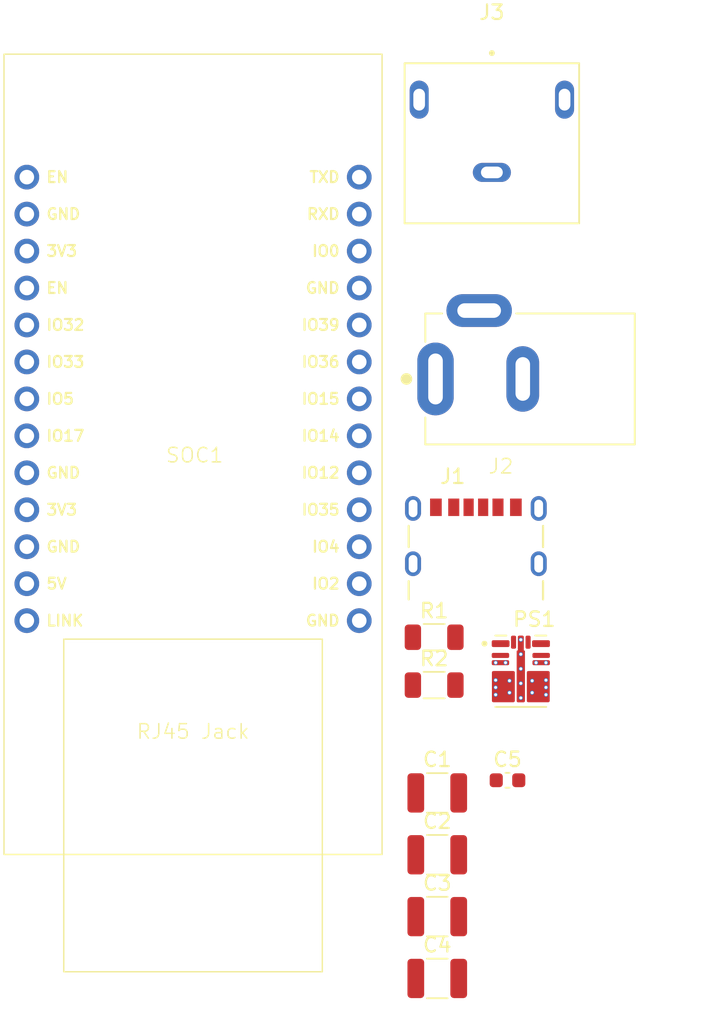
<source format=kicad_pcb>
(kicad_pcb (version 20241229) (generator "pcbnew") (generator_version "9.0")
  (layers (0 "F.Cu" signal) (2 "B.Cu" signal) (13 "F.Paste" user) (15 "B.Paste" user) (5 "F.SilkS" user "F.Silkscreen") (7 "B.SilkS" user "B.Silkscreen") (1 "F.Mask" user) (3 "B.Mask" user) (25 "Edge.Cuts" user))
  (net 0 "")
  (net 1 "GND")
  (net 2 "/5V_USB")
  (net 3 "Net-(J1-CC1)")
  (net 4 "Net-(J1-CC2)")
  (net 5 "/SHIFT_DOWN")
  (net 6 "/SHIFT_UP")
  (net 26 "Net-(PS1-EN)")
  (net 28 "48V")
  (net 30 "Net-(PS1-VCC)")
  (net 31 "5V")
  (footprint "Capacitor_SMD:C_1210_3225Metric" (layer "F.Cu") (at 192.525 115)
    (property "Reference" "C4" (at 0 -2.3 0) (layer "F.SilkS"))
    (property "Value" "2.2uF")
    (fp_line (start -0.711252 -1.36) (end 0.711252 -1.36) (stroke (width 0.12)) (layer "F.SilkS"))
    (fp_line (start -0.711252 1.36) (end 0.711252 1.36) (stroke (width 0.12)) (layer "F.SilkS"))
    (pad "1" smd roundrect (at -1.475 0) (size 1.15 2.7) (layers "F.Cu" "F.Mask" "F.Paste") (roundrect_rratio 0.217391) (net 31 "5V"))
    (pad "2" smd roundrect (at 1.475 0) (size 1.15 2.7) (layers "F.Cu" "F.Mask" "F.Paste") (roundrect_rratio 0.217391) (net 1 "GND"))
  )
  (footprint "footprint_library:PJ-002AH" (layer "F.Cu") (at 196.905 80.3)
    (property "Reference" "J2" (at 0 -0.5 0) (layer "F.SilkS") (effects (font (thickness 0.1))))
    (property "Value" "PJ-002AH")
    (fp_line (start -5.2 -11) (end -4.05 -11) (stroke (width 0.127)) (layer "F.SilkS"))
    (fp_line (start -5.2 -9.05) (end -5.2 -11) (stroke (width 0.127)) (layer "F.SilkS"))
    (fp_line (start -5.2 -2) (end -5.2 -3.85) (stroke (width 0.127)) (layer "F.SilkS"))
    (fp_line (start 1.05 -11) (end 9.2 -11) (stroke (width 0.127)) (layer "F.SilkS"))
    (fp_line (start 9.2 -11) (end 9.2 -2) (stroke (width 0.127)) (layer "F.SilkS"))
    (fp_line (start 9.2 -2) (end -5.2 -2) (stroke (width 0.127)) (layer "F.SilkS"))
    (fp_circle (center -6.5 -6.5) (end -6.3 -6.5) (stroke (width 0.4)) (fill no) (layer "F.SilkS"))
    (pad "1" thru_hole oval (at -4.5 -6.5) (size 2.5 5) (drill oval 1 3.5) (layers "*.Cu" "*.Mask") (net 28 "48V"))
    (pad "2" thru_hole oval (at 1.5 -6.5) (size 2.25 4.5) (drill oval 1 3) (layers "*.Cu" "*.Mask") (net 1 "GND"))
    (pad "3" thru_hole oval (at -1.5 -11.2) (size 4.5 2.25) (drill oval 3 1) (layers "*.Cu" "*.Mask") (net 1 "GND"))
  )
  (footprint "Capacitor_SMD:C_0603_1608Metric" (layer "F.Cu") (at 197.355 101.38)
    (property "Reference" "C5" (at 0 -1.43 0) (layer "F.SilkS"))
    (property "Value" "1uF")
    (fp_line (start -0.14058 -0.51) (end 0.14058 -0.51) (stroke (width 0.12)) (layer "F.SilkS"))
    (fp_line (start -0.14058 0.51) (end 0.14058 0.51) (stroke (width 0.12)) (layer "F.SilkS"))
    (pad "1" smd roundrect (at -0.775 0) (size 0.9 0.95) (layers "F.Cu" "F.Mask" "F.Paste") (net 30 "Net-(PS1-VCC)"))
    (pad "2" smd roundrect (at 0.775 0) (size 0.9 0.95) (layers "F.Cu" "F.Mask" "F.Paste") (net 1 "GND"))
  )
  (footprint "footprint_library:MOLEX_2171750001" (layer "F.Cu") (at 195.18 89.1)
    (property "Reference" "J1" (at -1.5875 -8.605 0) (layer "F.SilkS"))
    (property "Value" "2171750001")
    (fp_line (start -4.62 -3.75) (end -4.62 -5.2) (stroke (width 0.15)) (layer "F.SilkS"))
    (fp_line (start -4.62 -0.15) (end -4.62 -1.4) (stroke (width 0.15)) (layer "F.SilkS"))
    (fp_line (start 4.62 -3.75) (end 4.62 -5.2) (stroke (width 0.15)) (layer "F.SilkS"))
    (fp_line (start 4.62 -0.15) (end 4.62 -1.4) (stroke (width 0.15)) (layer "F.SilkS"))
    (pad "A5" smd rect (at -0.5 -6.48) (size 0.7 1.2) (layers "F.Cu" "F.Paste") (net 3 "Net-(J1-CC1)"))
    (pad "A9" smd rect (at 1.52 -6.48) (size 0.76 1.2) (layers "F.Cu" "F.Paste") (net 2 "/5V_USB"))
    (pad "A12" smd rect (at 2.75 -6.48) (size 0.8 1.2) (layers "F.Cu" "F.Paste") (net 1 "GND"))
    (pad "B5" smd rect (at 0.5 -6.48) (size 0.7 1.2) (layers "F.Cu" "F.Paste") (net 4 "Net-(J1-CC2)"))
    (pad "B9" smd rect (at -1.52 -6.48) (size 0.76 1.2) (layers "F.Cu" "F.Paste") (net 2 "/5V_USB"))
    (pad "B12" smd rect (at -2.75 -6.48) (size 0.8 1.2) (layers "F.Cu" "F.Paste") (net 1 "GND"))
    (pad "SH1" thru_hole oval (at -4.32 -2.6) (size 1.1 1.7) (drill oval 0.6 1.2) (layers "*.Cu" "*.Mask") (net 1 "GND"))
    (pad "SH2" thru_hole oval (at 4.32 -2.6) (size 1.1 1.7) (drill oval 0.6 1.2) (layers "*.Cu" "*.Mask") (net 1 "GND"))
    (pad "SH3" thru_hole oval (at -4.32 -6.4) (size 1.1 1.7) (drill oval 0.6 1.2) (layers "*.Cu" "*.Mask") (net 1 "GND"))
    (pad "SH4" thru_hole oval (at 4.32 -6.4) (size 1.1 1.7) (drill oval 0.6 1.2) (layers "*.Cu" "*.Mask") (net 1 "GND"))
  )
  (footprint "footprint_library:TPSM365R6V5RDNR" (layer "F.Cu") (at 198.27 93.95)
    (property "Reference" "PS1" (at 0.925 -3.635 0) (layer "F.SilkS"))
    (property "Value" "TPSM365R6V5RDNR")
    (fp_line (start -1.75 -2.515) (end -0.995 -2.515) (stroke (width 0.127)) (layer "F.SilkS"))
    (fp_line (start 0.995 -2.515) (end 1.75 -2.515) (stroke (width 0.127)) (layer "F.SilkS"))
    (fp_line (start 1.75 2.39) (end -1.75 2.39) (stroke (width 0.127)) (layer "F.SilkS"))
    (fp_circle (center -2.5 -1.96) (end -2.4 -1.96) (stroke (width 0.2)) (fill no) (layer "F.SilkS"))
    (pad "1" smd roundrect (at -1.3875 -1.96) (size 1.225 0.47) (layers "F.Cu") (roundrect_rratio 0.215))
    (pad "2" smd roundrect (at -1.4 -1.15) (size 1.2 0.35) (layers "F.Cu") (roundrect_rratio 0.285) (net 26 "Net-(PS1-EN)"))
    (pad "3" smd roundrect (at -1.4 -0.65) (size 1.2 0.35) (layers "F.Cu") (roundrect_rratio 0.285) (net 26 "Net-(PS1-EN)"))
    (pad "3_1" thru_hole circle (at -1.729 -0.65) (size 0.3 0.3) (drill 0.2) (layers "*.Cu"))
    (pad "3_2" thru_hole circle (at -1.05 -0.65) (size 0.3 0.3) (drill 0.2) (layers "*.Cu"))
    (pad "4" smd roundrect (at -1.2 0.995) (size 1.575 2.15) (layers "F.Cu") (roundrect_rratio 0.065) (net 31 "5V"))
    (pad "4_1" thru_hole circle (at -1.73 0.55) (size 0.3 0.3) (drill 0.2) (layers "*.Cu"))
    (pad "4_2" thru_hole circle (at -1.73 1.05) (size 0.3 0.3) (drill 0.2) (layers "*.Cu"))
    (pad "4_3" thru_hole circle (at -1.73 1.55) (size 0.3 0.3) (drill 0.2) (layers "*.Cu"))
    (pad "4_4" thru_hole circle (at -0.78 0.59) (size 0.3 0.3) (drill 0.2) (layers "*.Cu"))
    (pad "4_5" thru_hole circle (at -0.78 1.41) (size 0.3 0.3) (drill 0.2) (layers "*.Cu"))
    (pad "5" smd roundrect (at 1.2 0.995) (size 1.575 2.15) (layers "F.Cu") (roundrect_rratio 0.065))
    (pad "5_1" thru_hole circle (at 1.73 0.55) (size 0.3 0.3) (drill 0.2) (layers "*.Cu"))
    (pad "5_2" thru_hole circle (at 1.73 1.05) (size 0.3 0.3) (drill 0.2) (layers "*.Cu"))
    (pad "5_3" thru_hole circle (at 1.73 1.55) (size 0.3 0.3) (drill 0.2) (layers "*.Cu"))
    (pad "5_4" thru_hole circle (at 0.78 0.59) (size 0.3 0.3) (drill 0.2) (layers "*.Cu"))
    (pad "5_5" thru_hole circle (at 0.78 1.41) (size 0.3 0.3) (drill 0.2) (layers "*.Cu"))
    (pad "6" smd roundrect (at 1.4 -0.65) (size 1.2 0.35) (layers "F.Cu") (roundrect_rratio 0.285))
    (pad "6_1" thru_hole circle (at 1.729 -0.65) (size 0.3 0.3) (drill 0.2) (layers "*.Cu"))
    (pad "6_2" thru_hole circle (at 1.05 -0.65) (size 0.3 0.3) (drill 0.2) (layers "*.Cu"))
    (pad "7" smd roundrect (at 1.4 -1.15) (size 1.2 0.35) (layers "F.Cu") (roundrect_rratio 0.285))
    (pad "8" smd roundrect (at 1.3875 -1.96) (size 1.225 0.47) (layers "F.Cu") (roundrect_rratio 0.215) (net 30 "Net-(PS1-VCC)"))
    (pad "9" smd roundrect (at 0.5 -2.06) (size 0.35 0.9) (layers "F.Cu") (roundrect_rratio 0.285) (net 31 "5V"))
    (pad "10" smd custom (at 0 0) (size 0.3 2) (layers "F.Cu") (net 1 "GND") (options (clearance outline) (anchor rect)) (primitives (gr_poly (pts (xy -0.18 2.07) (xy -0.185 2.07) (xy -0.19 2.069) (xy -0.196 2.069) (xy -0.201 2.068) (xy -0.206 2.067) (xy -0.211 2.065) (xy -0.216 2.063) (xy -0.221 2.061) (xy -0.225 2.059) (xy -0.23 2.057) (xy -0.234 2.054) (xy -0.239 2.051) (xy -0.243 2.048) (xy -0.247 2.044) (xy -0.251 2.041) (xy -0.254 2.037) (xy -0.258 2.033) (xy -0.261 2.029) (xy -0.264 2.024) (xy -0.267 2.02) (xy -0.269 2.015) (xy -0.271 2.011) (xy -0.273 2.006) (xy -0.275 2.001) (xy -0.277 1.996) (xy -0.278 1.991) (xy -0.279 1.986) (xy -0.279 1.98) (xy -0.28 1.975) (xy -0.28 1.97) (xy -0.28 -1.44) (xy -0.28 -1.442) (xy -0.28 -1.444) (xy -0.28 -1.446) (xy -0.279 -1.448) (xy -0.279 -1.45) (xy -0.278 -1.452) (xy -0.277 -1.454) (xy -0.277 -1.456) (xy -0.276 -1.458) (xy -0.275 -1.46) (xy -0.274 -1.462) (xy -0.272 -1.464) (xy -0.271 -1.465) (xy -0.27 -1.467) (xy -0.268 -1.468) (xy -0.267 -1.47) (xy -0.265 -1.471) (xy -0.264 -1.472) (xy -0.262 -1.474) (xy -0.26 -1.475) (xy -0.258 -1.476) (xy -0.256 -1.477) (xy -0.254 -1.477) (xy -0.252 -1.478) (xy -0.25 -1.479) (xy -0.248 -1.479) (xy -0.246 -1.48) (xy -0.244 -1.48) (xy -0.242 -1.48) (xy -0.24 -1.48) (xy -0.238 -1.48) (xy -0.236 -1.48) (xy -0.234 -1.48) (xy -0.232 -1.481) (xy -0.23 -1.481) (xy -0.228 -1.482) (xy -0.226 -1.483) (xy -0.224 -1.483) (xy -0.222 -1.484) (xy -0.22 -1.485) (xy -0.218 -1.486) (xy -0.216 -1.488) (xy -0.215 -1.489) (xy -0.213 -1.49) (xy -0.212 -1.492) (xy -0.21 -1.493) (xy -0.209 -1.495) (xy -0.208 -1.496) (xy -0.206 -1.498) (xy -0.205 -1.5) (xy -0.204 -1.502) (xy -0.203 -1.504) (xy -0.203 -1.506) (xy -0.202 -1.508) (xy -0.201 -1.51) (xy -0.201 -1.512) (xy -0.2 -1.514) (xy -0.2 -1.516) (xy -0.2 -1.518) (xy -0.2 -1.52) (xy -0.2 -2.41) (xy -0.2 -2.415) (xy -0.199 -2.42) (xy -0.199 -2.426) (xy -0.198 -2.431) (xy -0.197 -2.436) (xy -0.195 -2.441) (xy -0.193 -2.446) (xy -0.191 -2.451) (xy -0.189 -2.455) (xy -0.187 -2.46) (xy -0.184 -2.464) (xy -0.181 -2.469) (xy -0.178 -2.473) (xy -0.174 -2.477) (xy -0.171 -2.481) (xy -0.167 -2.484) (xy -0.163 -2.488) (xy -0.159 -2.491) (xy -0.154 -2.494) (xy -0.15 -2.497) (xy -0.145 -2.499) (xy -0.141 -2.501) (xy -0.136 -2.503) (xy -0.131 -2.505) (xy -0.126 -2.507) (xy -0.121 -2.508) (xy -0.116 -2.509) (xy -0.11 -2.509) (xy -0.105 -2.51) (xy -0.1 -2.51) (xy 0.1 -2.51) (xy 0.105 -2.51) (xy 0.11 -2.509) (xy 0.116 -2.509) (xy 0.121 -2.508) (xy 0.126 -2.507) (xy 0.131 -2.505) (xy 0.136 -2.503) (xy 0.141 -2.501) (xy 0.145 -2.499) (xy 0.15 -2.497) (xy 0.154 -2.494) (xy 0.159 -2.491) (xy 0.163 -2.488) (xy 0.167 -2.484) (xy 0.171 -2.481) (xy 0.174 -2.477) (xy 0.178 -2.473) (xy 0.181 -2.469) (xy 0.184 -2.464) (xy 0.187 -2.46) (xy 0.189 -2.455) (xy 0.191 -2.451) (xy 0.193 -2.446) (xy 0.195 -2.441) (xy 0.197 -2.436) (xy 0.198 -2.431) (xy 0.199 -2.426) (xy 0.199 -2.42) (xy 0.2 -2.415) (xy 0.2 -2.41) (xy 0.2 -1.52) (xy 0.2 -1.518) (xy 0.2 -1.516) (xy 0.2 -1.514) (xy 0.201 -1.512) (xy 0.201 -1.51) (xy 0.202 -1.508) (xy 0.203 -1.506) (xy 0.203 -1.504) (xy 0.204 -1.502) (xy 0.205 -1.5) (xy 0.206 -1.498) (xy 0.208 -1.496) (xy 0.209 -1.495) (xy 0.21 -1.493) (xy 0.212 -1.492) (xy 0.213 -1.49) (xy 0.215 -1.489) (xy 0.216 -1.488) (xy 0.218 -1.486) (xy 0.22 -1.485) (xy 0.222 -1.484) (xy 0.224 -1.483) (xy 0.226 -1.483) (xy 0.228 -1.482) (xy 0.23 -1.481) (xy 0.232 -1.481) (xy 0.234 -1.48) (xy 0.236 -1.48) (xy 0.238 -1.48) (xy 0.24 -1.48) (xy 0.242 -1.48) (xy 0.244 -1.48) (xy 0.246 -1.48) (xy 0.248 -1.479) (xy 0.25 -1.479) (xy 0.252 -1.478) (xy 0.254 -1.477) (xy 0.256 -1.477) (xy 0.258 -1.476) (xy 0.26 -1.475) (xy 0.262 -1.474) (xy 0.264 -1.472) (xy 0.265 -1.471) (xy 0.267 -1.47) (xy 0.268 -1.468) (xy 0.27 -1.467) (xy 0.271 -1.465) (xy 0.272 -1.464) (xy 0.274 -1.462) (xy 0.275 -1.46) (xy 0.276 -1.458) (xy 0.277 -1.456) (xy 0.277 -1.454) (xy 0.278 -1.452) (xy 0.279 -1.45) (xy 0.279 -1.448) (xy 0.28 -1.446) (xy 0.28 -1.444) (xy 0.28 -1.442) (xy 0.28 -1.44) (xy 0.28 1.97) (xy 0.28 1.975) (xy 0.279 1.98) (xy 0.279 1.986) (xy 0.278 1.991) (xy 0.277 1.996) (xy 0.275 2.001) (xy 0.273 2.006) (xy 0.271 2.011) (xy 0.269 2.015) (xy 0.267 2.02) (xy 0.264 2.024) (xy 0.261 2.029) (xy 0.258 2.033) (xy 0.254 2.037) (xy 0.251 2.041) (xy 0.247 2.044) (xy 0.243 2.048) (xy 0.239 2.051) (xy 0.234 2.054) (xy 0.23 2.057) (xy 0.225 2.059) (xy 0.221 2.061) (xy 0.216 2.063) (xy 0.211 2.065) (xy 0.206 2.067) (xy 0.201 2.068) (xy 0.196 2.069) (xy 0.19 2.069) (xy 0.185 2.07) (xy 0.18 2.07) (xy -0.18 2.07)) (width 0.01) (fill yes))))
    (pad "10_1" thru_hole circle (at 0 -2.23) (size 0.3 0.3) (drill 0.2) (layers "*.Cu"))
    (pad "10_2" thru_hole circle (at 0 -1.23) (size 0.3 0.3) (drill 0.2) (layers "*.Cu"))
    (pad "10_3" thru_hole circle (at 0 -0.23) (size 0.3 0.3) (drill 0.2) (layers "*.Cu"))
    (pad "10_4" thru_hole circle (at 0 0.77) (size 0.3 0.3) (drill 0.2) (layers "*.Cu"))
    (pad "10_5" thru_hole circle (at 0 1.77) (size 0.3 0.3) (drill 0.2) (layers "*.Cu"))
    (pad "11" smd roundrect (at -0.5 -2.06) (size 0.35 0.9) (layers "F.Cu") (roundrect_rratio 0.285) (net 1 "GND"))
  )
  (footprint "Capacitor_SMD:C_1210_3225Metric" (layer "F.Cu") (at 192.525 102.25)
    (property "Reference" "C1" (at 0 -2.3 0) (layer "F.SilkS"))
    (property "Value" "10uF")
    (fp_line (start -0.711252 -1.36) (end 0.711252 -1.36) (stroke (width 0.12)) (layer "F.SilkS"))
    (fp_line (start -0.711252 1.36) (end 0.711252 1.36) (stroke (width 0.12)) (layer "F.SilkS"))
    (pad "1" smd roundrect (at -1.475 0) (size 1.15 2.7) (layers "F.Cu" "F.Mask" "F.Paste") (roundrect_rratio 0.217391) (net 28 "48V"))
    (pad "2" smd roundrect (at 1.475 0) (size 1.15 2.7) (layers "F.Cu" "F.Mask" "F.Paste") (roundrect_rratio 0.217391) (net 26 "Net-(PS1-EN)"))
  )
  (footprint "Resistor_SMD:R_1206_3216Metric" (layer "F.Cu") (at 192.31 94.84)
    (property "Reference" "R2" (at 0 -1.82 0) (layer "F.SilkS"))
    (property "Value" "R5.1K")
    (fp_line (start -0.727064 -0.91) (end 0.727064 -0.91) (stroke (width 0.12)) (layer "F.SilkS"))
    (fp_line (start -0.727064 0.91) (end 0.727064 0.91) (stroke (width 0.12)) (layer "F.SilkS"))
    (pad "1" smd roundrect (at -1.4625 0) (size 1.125 1.75) (layers "F.Cu" "F.Mask" "F.Paste") (roundrect_rratio 0.222222) (net 4 "Net-(J1-CC2)"))
    (pad "2" smd roundrect (at 1.4625 0) (size 1.125 1.75) (layers "F.Cu" "F.Mask" "F.Paste") (roundrect_rratio 0.222222) (net 1 "GND"))
  )
  (footprint "Capacitor_SMD:C_1210_3225Metric" (layer "F.Cu") (at 192.525 106.5)
    (property "Reference" "C2" (at 0 -2.3 0) (layer "F.SilkS"))
    (property "Value" "0.1uF")
    (fp_line (start -0.711252 -1.36) (end 0.711252 -1.36) (stroke (width 0.12)) (layer "F.SilkS"))
    (fp_line (start -0.711252 1.36) (end 0.711252 1.36) (stroke (width 0.12)) (layer "F.SilkS"))
    (pad "1" smd roundrect (at -1.475 0) (size 1.15 2.7) (layers "F.Cu" "F.Mask" "F.Paste") (roundrect_rratio 0.217391) (net 28 "48V"))
    (pad "2" smd roundrect (at 1.475 0) (size 1.15 2.7) (layers "F.Cu" "F.Mask" "F.Paste") (roundrect_rratio 0.217391) (net 26 "Net-(PS1-EN)"))
  )
  (footprint "footprint_library:WT32-ETH01" (layer "F.Cu") (at 175.73 78.54)
    (property "Reference" "SOC1" (at 0.11 0.5 0) (layer "F.SilkS") (effects (font (thickness 0.1))))
    (property "Value" "~" (hide yes))
    (fp_rect (start -13 -27.06) (end 13 27.94) (stroke (width 0.1)) (fill no) (layer "F.SilkS"))
    (fp_rect (start -8.89 13.14) (end 8.89 36) (stroke (width 0.1)) (fill no) (layer "F.SilkS"))
    (fp_text user "RJ45 Jack" (at 0 19.49 0) (layer "F.SilkS") (effects (font (thickness 0.1))))
    (fp_text user "IO35" (at 10.16 4.25 0) (layer "F.SilkS") (effects (font (size 0.75 0.75) (thickness 0.15) (bold yes)) (justify right)))
    (fp_text user "IO12" (at 10.16 1.71 0) (layer "F.SilkS") (effects (font (size 0.75 0.75) (thickness 0.15) (bold yes)) (justify right)))
    (fp_text user "IO32" (at -10.16 -8.45 0) (layer "F.SilkS") (effects (font (size 0.75 0.75) (thickness 0.15) (bold yes)) (justify left)))
    (fp_text user "IO15" (at 10.16 -3.37 0) (layer "F.SilkS") (effects (font (size 0.75 0.75) (thickness 0.15) (bold yes)) (justify right)))
    (fp_text user "IO39" (at 10.16 -8.45 0) (layer "F.SilkS") (effects (font (size 0.75 0.75) (thickness 0.15) (bold yes)) (justify right)))
    (fp_text user "EN" (at -10.16 -18.61 0) (layer "F.SilkS") (effects (font (size 0.75 0.75) (thickness 0.15) (bold yes)) (justify left)))
    (fp_text user "IO33" (at -10.16 -5.91 0) (layer "F.SilkS") (effects (font (size 0.75 0.75) (thickness 0.15) (bold yes)) (justify left)))
    (fp_text user "LINK" (at -10.16 11.87 0) (layer "F.SilkS") (effects (font (size 0.75 0.75) (thickness 0.15) (bold yes)) (justify left)))
    (fp_text user "RXD" (at 10.16 -16.07 0) (layer "F.SilkS") (effects (font (size 0.75 0.75) (thickness 0.15) (bold yes)) (justify right)))
    (fp_text user "IO36" (at 10.16 -5.91 0) (layer "F.SilkS") (effects (font (size 0.75 0.75) (thickness 0.15) (bold yes)) (justify right)))
    (fp_text user "IO2" (at 10.16 9.33 0) (layer "F.SilkS") (effects (font (size 0.75 0.75) (thickness 0.15) (bold yes)) (justify right)))
    (fp_text user "5V" (at -10.16 9.33 0) (layer "F.SilkS") (effects (font (size 0.75 0.75) (thickness 0.15) (bold yes)) (justify left)))
    (fp_text user "GND" (at 10.16 11.87 0) (layer "F.SilkS") (effects (font (size 0.75 0.75) (thickness 0.15) (bold yes)) (justify right)))
    (fp_text user "GND" (at -10.16 6.79 0) (layer "F.SilkS") (effects (font (size 0.75 0.75) (thickness 0.15) (bold yes)) (justify left)))
    (fp_text user "GND" (at 10.16 -10.99 0) (layer "F.SilkS") (effects (font (size 0.75 0.75) (thickness 0.15) (bold yes)) (justify right)))
    (fp_text user "GND" (at -10.16 1.71 0) (layer "F.SilkS") (effects (font (size 0.75 0.75) (thickness 0.15) (bold yes)) (justify left)))
    (fp_text user "3V3" (at -10.16 4.25 0) (layer "F.SilkS") (effects (font (size 0.75 0.75) (thickness 0.15) (bold yes)) (justify left)))
    (fp_text user "TXD" (at 10.16 -18.61 0) (layer "F.SilkS") (effects (font (size 0.75 0.75) (thickness 0.15) (bold yes)) (justify right)))
    (fp_text user "IO4" (at 10.16 6.79 0) (layer "F.SilkS") (effects (font (size 0.75 0.75) (thickness 0.15) (bold yes)) (justify right)))
    (fp_text user "3V3" (at -10.16 -13.53 0) (layer "F.SilkS") (effects (font (size 0.75 0.75) (thickness 0.15) (bold yes)) (justify left)))
    (fp_text user "IO0" (at 10.16 -13.53 0) (layer "F.SilkS") (effects (font (size 0.75 0.75) (thickness 0.15) (bold yes)) (justify right)))
    (fp_text user "IO14" (at 10.16 -0.83 0) (layer "F.SilkS") (effects (font (size 0.75 0.75) (thickness 0.15) (bold yes)) (justify right)))
    (fp_text user "EN" (at -10.16 -10.99 0) (layer "F.SilkS") (effects (font (size 0.75 0.75) (thickness 0.15) (bold yes)) (justify left)))
    (fp_text user "IO17" (at -10.16 -0.83 0) (layer "F.SilkS") (effects (font (size 0.75 0.75) (thickness 0.15) (bold yes)) (justify left)))
    (fp_text user "GND" (at -10.16 -16.07 0) (layer "F.SilkS") (effects (font (size 0.75 0.75) (thickness 0.15) (bold yes)) (justify left)))
    (fp_text user "IO5" (at -10.16 -3.37 0) (layer "F.SilkS") (effects (font (size 0.75 0.75) (thickness 0.15) (bold yes)) (justify left)))
    (pad "1" thru_hole circle (at -11.43 -18.61) (size 1.7 1.7) (drill 1) (layers "*.Cu" "*.Mask"))
    (pad "2" thru_hole circle (at -11.43 -16.07) (size 1.7 1.7) (drill 1) (layers "*.Cu" "*.Mask") (net 1 "GND"))
    (pad "3" thru_hole circle (at -11.43 -13.53) (size 1.7 1.7) (drill 1) (layers "*.Cu" "*.Mask"))
    (pad "4" thru_hole circle (at -11.43 -10.99) (size 1.7 1.7) (drill 1) (layers "*.Cu" "*.Mask"))
    (pad "5" thru_hole circle (at -11.43 -8.45) (size 1.7 1.7) (drill 1) (layers "*.Cu" "*.Mask"))
    (pad "6" thru_hole circle (at -11.43 -5.91) (size 1.7 1.7) (drill 1) (layers "*.Cu" "*.Mask"))
    (pad "7" thru_hole circle (at -11.43 -3.37) (size 1.7 1.7) (drill 1) (layers "*.Cu" "*.Mask"))
    (pad "8" thru_hole circle (at -11.43 -0.83) (size 1.7 1.7) (drill 1) (layers "*.Cu" "*.Mask"))
    (pad "9" thru_hole circle (at -11.43 1.71) (size 1.7 1.7) (drill 1) (layers "*.Cu" "*.Mask") (net 1 "GND"))
    (pad "10" thru_hole circle (at -11.43 4.25) (size 1.7 1.7) (drill 1) (layers "*.Cu" "*.Mask"))
    (pad "11" thru_hole circle (at -11.43 6.79) (size 1.7 1.7) (drill 1) (layers "*.Cu" "*.Mask") (net 1 "GND"))
    (pad "12" thru_hole circle (at -11.43 9.33) (size 1.7 1.7) (drill 1) (layers "*.Cu" "*.Mask") (net 31 "5V"))
    (pad "13" thru_hole circle (at -11.43 11.87) (size 1.7 1.7) (drill 1) (layers "*.Cu" "*.Mask"))
    (pad "14" thru_hole circle (at 11.43 11.87) (size 1.7 1.7) (drill 1) (layers "*.Cu" "*.Mask"))
    (pad "15" thru_hole circle (at 11.43 9.33) (size 1.7 1.7) (drill 1) (layers "*.Cu" "*.Mask") (net 6 "/SHIFT_UP"))
    (pad "16" thru_hole circle (at 11.43 6.79) (size 1.7 1.7) (drill 1) (layers "*.Cu" "*.Mask") (net 5 "/SHIFT_DOWN"))
    (pad "17" thru_hole circle (at 11.43 4.25) (size 1.7 1.7) (drill 1) (layers "*.Cu" "*.Mask"))
    (pad "18" thru_hole circle (at 11.43 1.71) (size 1.7 1.7) (drill 1) (layers "*.Cu" "*.Mask"))
    (pad "19" thru_hole circle (at 11.43 -0.83) (size 1.7 1.7) (drill 1) (layers "*.Cu" "*.Mask"))
    (pad "20" thru_hole circle (at 11.43 -3.37) (size 1.7 1.7) (drill 1) (layers "*.Cu" "*.Mask"))
    (pad "21" thru_hole circle (at 11.43 -5.91) (size 1.7 1.7) (drill 1) (layers "*.Cu" "*.Mask"))
    (pad "22" thru_hole circle (at 11.43 -8.45) (size 1.7 1.7) (drill 1) (layers "*.Cu" "*.Mask"))
    (pad "23" thru_hole circle (at 11.43 -10.99) (size 1.7 1.7) (drill 1) (layers "*.Cu" "*.Mask") (net 1 "GND"))
    (pad "24" thru_hole circle (at 11.43 -13.53) (size 1.7 1.7) (drill 1) (layers "*.Cu" "*.Mask"))
    (pad "25" thru_hole circle (at 11.43 -16.07) (size 1.7 1.7) (drill 1) (layers "*.Cu" "*.Mask"))
    (pad "26" thru_hole circle (at 11.43 -18.61) (size 1.7 1.7) (drill 1) (layers "*.Cu" "*.Mask"))
  )
  (footprint "Capacitor_SMD:C_1210_3225Metric" (layer "F.Cu") (at 192.525 110.75)
    (property "Reference" "C3" (at 0 -2.3 0) (layer "F.SilkS"))
    (property "Value" "2.2uF")
    (fp_line (start -0.711252 -1.36) (end 0.711252 -1.36) (stroke (width 0.12)) (layer "F.SilkS"))
    (fp_line (start -0.711252 1.36) (end 0.711252 1.36) (stroke (width 0.12)) (layer "F.SilkS"))
    (pad "1" smd roundrect (at -1.475 0) (size 1.15 2.7) (layers "F.Cu" "F.Mask" "F.Paste") (roundrect_rratio 0.217391) (net 31 "5V"))
    (pad "2" smd roundrect (at 1.475 0) (size 1.15 2.7) (layers "F.Cu" "F.Mask" "F.Paste") (roundrect_rratio 0.217391) (net 1 "GND"))
  )
  (footprint "Resistor_SMD:R_1206_3216Metric" (layer "F.Cu") (at 192.31 91.55)
    (property "Reference" "R1" (at 0 -1.82 0) (layer "F.SilkS"))
    (property "Value" "R5.1K")
    (fp_line (start -0.727064 -0.91) (end 0.727064 -0.91) (stroke (width 0.12)) (layer "F.SilkS"))
    (fp_line (start -0.727064 0.91) (end 0.727064 0.91) (stroke (width 0.12)) (layer "F.SilkS"))
    (pad "1" smd roundrect (at -1.4625 0) (size 1.125 1.75) (layers "F.Cu" "F.Mask" "F.Paste") (roundrect_rratio 0.222222) (net 3 "Net-(J1-CC1)"))
    (pad "2" smd roundrect (at 1.4625 0) (size 1.125 1.75) (layers "F.Cu" "F.Mask" "F.Paste") (roundrect_rratio 0.222222) (net 1 "GND"))
  )
  (footprint "footprint_library:CUI_SJ1-3523N" (layer "F.Cu") (at 196.28 59.605)
    (property "Reference" "J3" (at 0 -11 0) (layer "F.SilkS"))
    (property "Value" "SJ1-3523N")
    (fp_line (start -6 -7.5) (end -6 3.5) (stroke (width 0.127)) (layer "F.SilkS"))
    (fp_line (start -6 -7.5) (end 6 -7.5) (stroke (width 0.127)) (layer "F.SilkS"))
    (fp_line (start -6 3.5) (end 6 3.5) (stroke (width 0.127)) (layer "F.SilkS"))
    (fp_line (start 6 -7.5) (end 6 3.5) (stroke (width 0.127)) (layer "F.SilkS"))
    (fp_circle (center 0 -8.2) (end 0.1 -8.2) (stroke (width 0.2)) (fill no) (layer "F.SilkS"))
    (pad "" np_thru_hole circle (at -5 0) (size 1.2 1.2) (drill 1.2) (layers "*.Cu" "*.Mask"))
    (pad "" np_thru_hole circle (at -5 2.5) (size 1.2 1.2) (drill 1.2) (layers "*.Cu" "*.Mask"))
    (pad "" np_thru_hole circle (at 0 -5) (size 1.2 1.2) (drill 1.2) (layers "*.Cu" "*.Mask"))
    (pad "" np_thru_hole circle (at 5 0) (size 1.2 1.2) (drill 1.2) (layers "*.Cu" "*.Mask"))
    (pad "" np_thru_hole circle (at 5 2.5) (size 1.2 1.2) (drill 1.2) (layers "*.Cu" "*.Mask"))
    (pad "1" thru_hole oval (at 0 0) (size 2.616 1.308) (drill oval 1.5 0.8) (layers "*.Cu" "*.Mask") (net 1 "GND"))
    (pad "2" thru_hole oval (at 5 -5) (size 1.308 2.616) (drill oval 0.8 1.5) (layers "*.Cu" "*.Mask") (net 5 "/SHIFT_DOWN"))
    (pad "3" thru_hole oval (at -5 -5) (size 1.308 2.616) (drill oval 0.8 1.5) (layers "*.Cu" "*.Mask") (net 6 "/SHIFT_UP"))
  )
)
</source>
